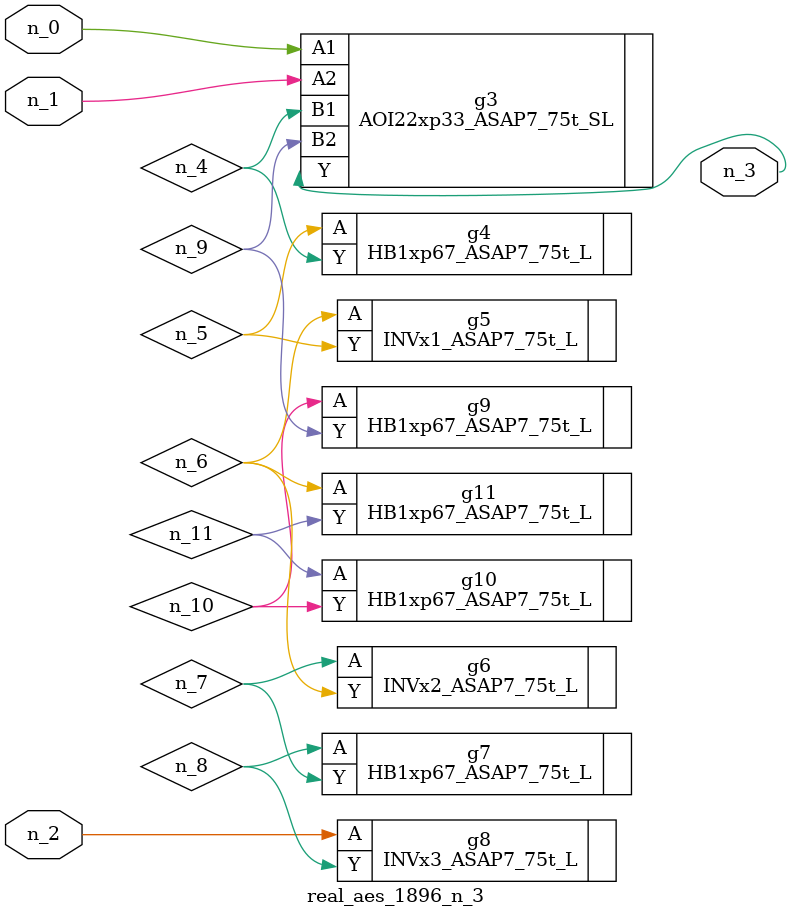
<source format=v>
module real_aes_1896_n_3 (n_0, n_2, n_1, n_3);
input n_0;
input n_2;
input n_1;
output n_3;
wire n_4;
wire n_5;
wire n_7;
wire n_9;
wire n_6;
wire n_8;
wire n_10;
wire n_11;
AOI22xp33_ASAP7_75t_SL g3 ( .A1(n_0), .A2(n_1), .B1(n_4), .B2(n_9), .Y(n_3) );
INVx3_ASAP7_75t_L g8 ( .A(n_2), .Y(n_8) );
HB1xp67_ASAP7_75t_L g4 ( .A(n_5), .Y(n_4) );
INVx1_ASAP7_75t_L g5 ( .A(n_6), .Y(n_5) );
HB1xp67_ASAP7_75t_L g11 ( .A(n_6), .Y(n_11) );
INVx2_ASAP7_75t_L g6 ( .A(n_7), .Y(n_6) );
HB1xp67_ASAP7_75t_L g7 ( .A(n_8), .Y(n_7) );
HB1xp67_ASAP7_75t_L g9 ( .A(n_10), .Y(n_9) );
HB1xp67_ASAP7_75t_L g10 ( .A(n_11), .Y(n_10) );
endmodule
</source>
